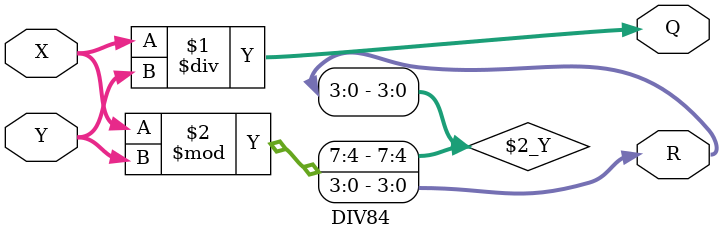
<source format=sv>
module DIV84 (
   input logic signed [7:0] X, 			// 8ビット
   input logic  signed [3:0] Y,			// 4ビット
   output logic  signed [7:0] Q,			// 8ビット
	output logic  signed [3:0] R);			// 4ビット
	
   	assign Q=X/Y;							// 商
		assign R=X%Y;							// 剰余
		
endmodule


</source>
